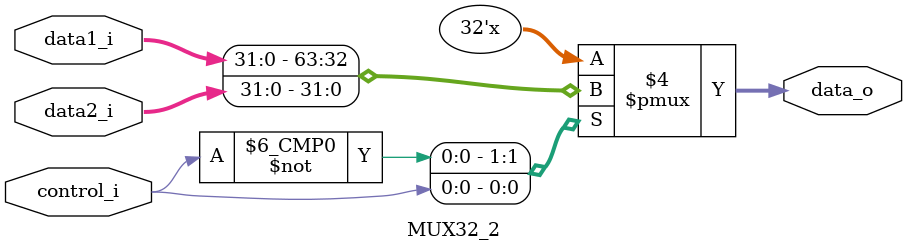
<source format=v>
module MUX32_2(
	data1_i,
	data2_i,
	control_i,
	data_o
);

input [31:0] data1_i, data2_i;
input control_i;
output [31:0] data_o;
reg [31:0] data_o;

always@(data1_i or data2_i or control_i) begin
	case(control_i) 
		1'b0: data_o = data1_i;
		1'b1: data_o = data2_i;
		default: data_o = (data1_i)?data1_i:data2_i;
	endcase
end

endmodule
</source>
